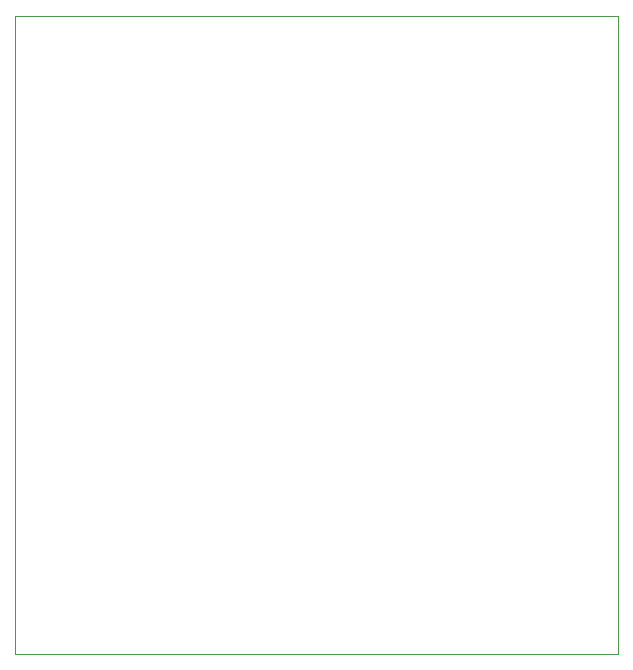
<source format=gbr>
%TF.GenerationSoftware,KiCad,Pcbnew,8.0.6*%
%TF.CreationDate,2024-12-13T16:31:17+05:30*%
%TF.ProjectId,pll1,706c6c31-2e6b-4696-9361-645f70636258,rev?*%
%TF.SameCoordinates,Original*%
%TF.FileFunction,Profile,NP*%
%FSLAX46Y46*%
G04 Gerber Fmt 4.6, Leading zero omitted, Abs format (unit mm)*
G04 Created by KiCad (PCBNEW 8.0.6) date 2024-12-13 16:31:17*
%MOMM*%
%LPD*%
G01*
G04 APERTURE LIST*
%TA.AperFunction,Profile*%
%ADD10C,0.050000*%
%TD*%
G04 APERTURE END LIST*
D10*
X118500000Y-37000000D02*
X169500000Y-37000000D01*
X169500000Y-91000000D01*
X118500000Y-91000000D01*
X118500000Y-37000000D01*
M02*

</source>
